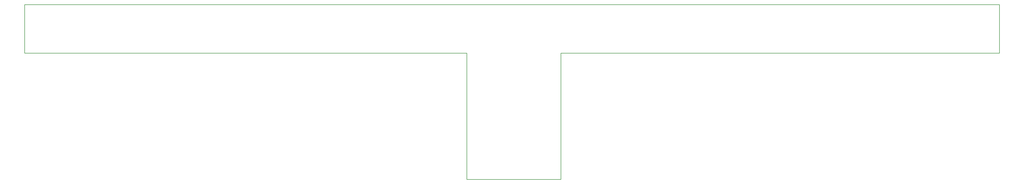
<source format=gm1>
G04 Layer_Color=16711935*
%FSLAX25Y25*%
%MOIN*%
G70*
G01*
G75*
%ADD44C,0.01000*%
D44*
X0Y-31D02*
X892900D01*
Y-255790D02*
Y-32D01*
X0Y-31D02*
Y98410D01*
X1968500D01*
Y-31D02*
Y98410D01*
X892900Y-255890D02*
X1082899D01*
X1082900Y-255790D02*
Y-32D01*
X1082899Y-31D02*
X1968500D01*
M02*

</source>
